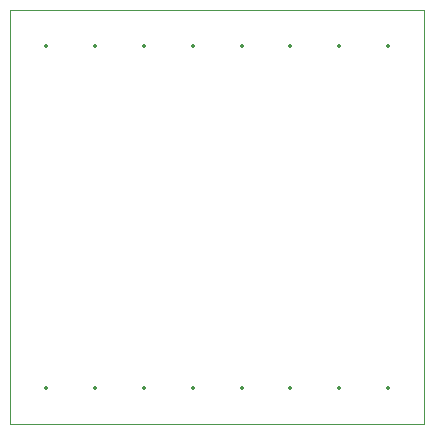
<source format=gbr>
%TF.GenerationSoftware,KiCad,Pcbnew,8.0.8*%
%TF.CreationDate,2025-07-18T16:58:46-07:00*%
%TF.ProjectId,,58585858-5858-4585-9858-585858585858,rev?*%
%TF.SameCoordinates,Original*%
%TF.FileFunction,Profile,NP*%
%FSLAX46Y46*%
G04 Gerber Fmt 4.6, Leading zero omitted, Abs format (unit mm)*
G04 Created by KiCad (PCBNEW 8.0.8) date 2025-07-18 16:58:46*
%MOMM*%
%LPD*%
G01*
G04 APERTURE LIST*
%TA.AperFunction,Profile*%
%ADD10C,0.000000*%
%TD*%
%ADD11C,0.350000*%
G04 APERTURE END LIST*
D10*
X35000000Y-35000000D02*
X0Y-35000000D01*
X0Y0D01*
X35000000Y0D01*
X35000000Y-35000000D01*
D11*
X32000000Y-32000000D03*
X32000000Y-3000000D03*
X27857142Y-32000000D03*
X27857142Y-3000000D03*
X23714285Y-32000000D03*
X23714285Y-3000000D03*
X19571428Y-32000000D03*
X19571428Y-3000000D03*
X15428571Y-32000000D03*
X15428571Y-3000000D03*
X11285714Y-32000000D03*
X11285714Y-3000000D03*
X7142857Y-32000000D03*
X7142857Y-3000000D03*
X3000000Y-32000000D03*
X3000000Y-3000000D03*
M02*

</source>
